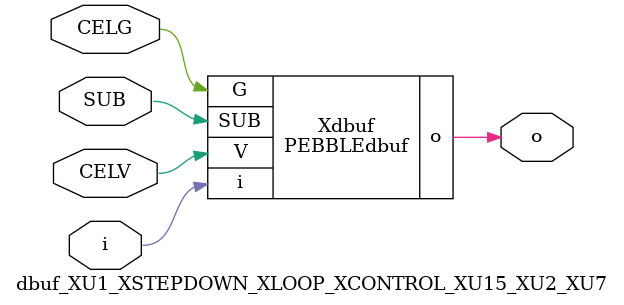
<source format=v>



module PEBBLEdbuf ( o, G, SUB, V, i );

  input V;
  input i;
  input G;
  output o;
  input SUB;
endmodule

//Celera Confidential Do Not Copy dbuf_XU1_XSTEPDOWN_XLOOP_XCONTROL_XU15_XU2_XU7
//Celera Confidential Symbol Generator
//Digital Buffer
module dbuf_XU1_XSTEPDOWN_XLOOP_XCONTROL_XU15_XU2_XU7 (CELV,CELG,i,o,SUB);
input CELV;
input CELG;
input i;
input SUB;
output o;

//Celera Confidential Do Not Copy dbuf
PEBBLEdbuf Xdbuf(
.V (CELV),
.i (i),
.o (o),
.SUB (SUB),
.G (CELG)
);
//,diesize,PEBBLEdbuf

//Celera Confidential Do Not Copy Module End
//Celera Schematic Generator
endmodule

</source>
